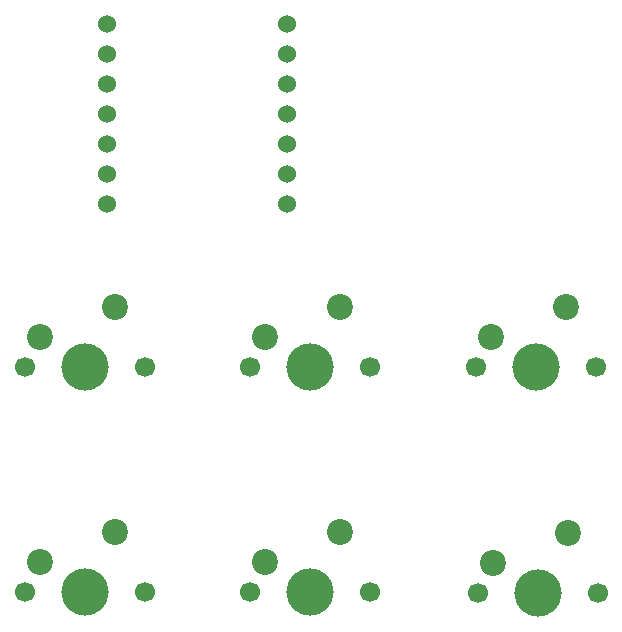
<source format=gbr>
%TF.GenerationSoftware,KiCad,Pcbnew,9.0.3*%
%TF.CreationDate,2025-07-10T08:35:26-07:00*%
%TF.ProjectId,Hackpad,4861636b-7061-4642-9e6b-696361645f70,rev?*%
%TF.SameCoordinates,Original*%
%TF.FileFunction,Soldermask,Bot*%
%TF.FilePolarity,Negative*%
%FSLAX46Y46*%
G04 Gerber Fmt 4.6, Leading zero omitted, Abs format (unit mm)*
G04 Created by KiCad (PCBNEW 9.0.3) date 2025-07-10 08:35:26*
%MOMM*%
%LPD*%
G01*
G04 APERTURE LIST*
%ADD10C,1.700000*%
%ADD11C,4.000000*%
%ADD12C,2.200000*%
%ADD13C,1.524000*%
G04 APERTURE END LIST*
D10*
%TO.C,SW3*%
X57695250Y-82004750D03*
D11*
X62775250Y-82004750D03*
D10*
X67855250Y-82004750D03*
D12*
X65315250Y-76924750D03*
X58965250Y-79464750D03*
%TD*%
D10*
%TO.C,SW2*%
X76745250Y-62954750D03*
D11*
X81825250Y-62954750D03*
D10*
X86905250Y-62954750D03*
D12*
X84365250Y-57874750D03*
X78015250Y-60414750D03*
%TD*%
D10*
%TO.C,SW6*%
X96020000Y-82100000D03*
D11*
X101100000Y-82100000D03*
D10*
X106180000Y-82100000D03*
D12*
X103640000Y-77020000D03*
X97290000Y-79560000D03*
%TD*%
D10*
%TO.C,SW5*%
X95920000Y-62900000D03*
D11*
X101000000Y-62900000D03*
D10*
X106080000Y-62900000D03*
D12*
X103540000Y-57820000D03*
X97190000Y-60360000D03*
%TD*%
D13*
%TO.C,U1*%
X64680250Y-33903500D03*
X64680250Y-36443500D03*
X64680250Y-38983500D03*
X64680250Y-41523500D03*
X64680250Y-44063500D03*
X64680250Y-46603500D03*
X64680250Y-49143500D03*
X79920250Y-49143500D03*
X79920250Y-46603500D03*
X79920250Y-44063500D03*
X79920250Y-41523500D03*
X79920250Y-38983500D03*
X79920250Y-36443500D03*
X79920250Y-33903500D03*
%TD*%
D10*
%TO.C,SW4*%
X76745250Y-82004750D03*
D11*
X81825250Y-82004750D03*
D10*
X86905250Y-82004750D03*
D12*
X84365250Y-76924750D03*
X78015250Y-79464750D03*
%TD*%
D10*
%TO.C,SW1*%
X57695250Y-62954750D03*
D11*
X62775250Y-62954750D03*
D10*
X67855250Y-62954750D03*
D12*
X65315250Y-57874750D03*
X58965250Y-60414750D03*
%TD*%
M02*

</source>
